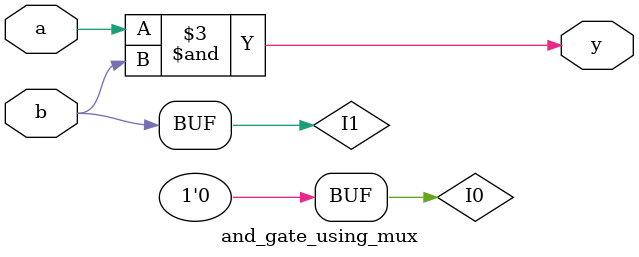
<source format=v>
module and_gate_using_mux (
    input wire a,
    input wire b,
    output wire y
);
    // Inputs to 2:1 MUX
    wire I0;  // Connected to B
    wire I1;  // Connected to constant 1

    assign I0 = 1'b0;
    assign I1 = b;

    // 2:1 MUX logic: Y = S'I0 + S I1, here S = A
  assign y = (~a & I0) | (a & I1);
endmodule

</source>
